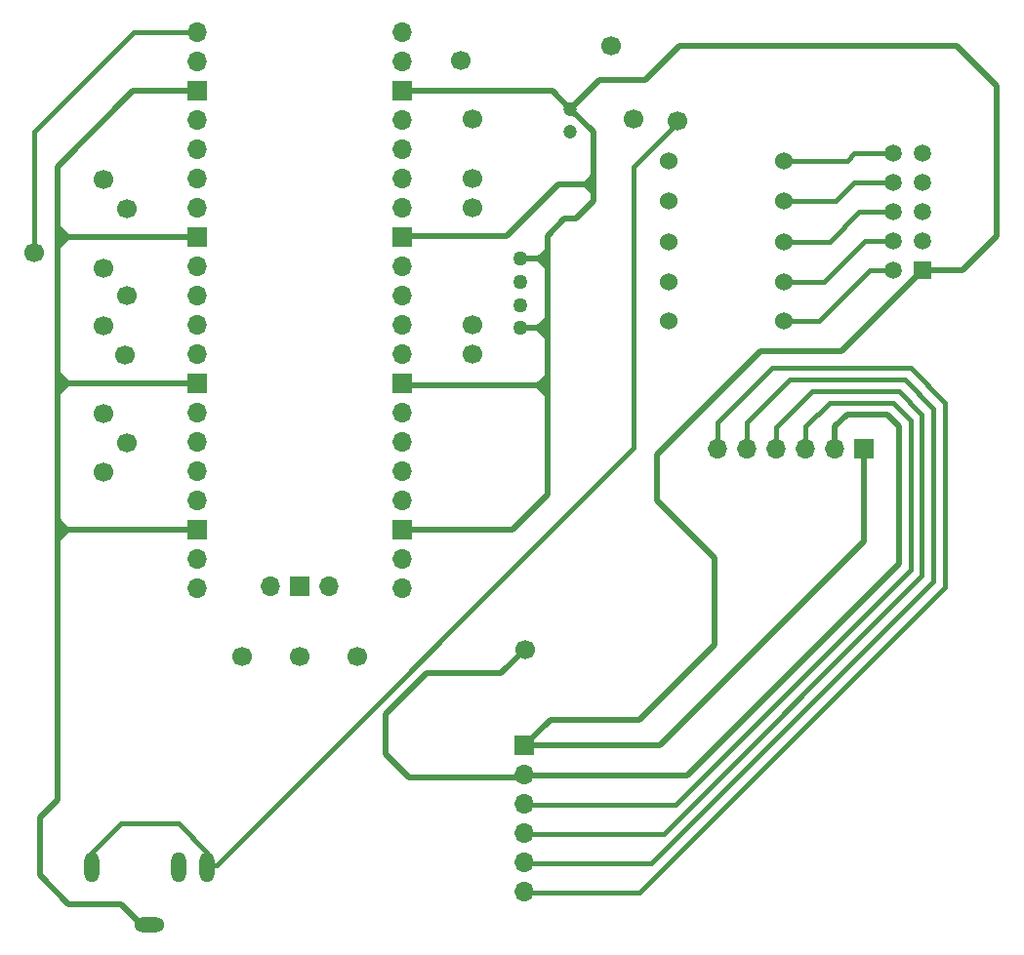
<source format=gbr>
%TF.GenerationSoftware,KiCad,Pcbnew,8.0.2*%
%TF.CreationDate,2024-05-27T09:17:52-04:00*%
%TF.ProjectId,GlassBreaker_KiCAD,476c6173-7342-4726-9561-6b65725f4b69,rev?*%
%TF.SameCoordinates,Original*%
%TF.FileFunction,Copper,L2,Bot*%
%TF.FilePolarity,Positive*%
%FSLAX46Y46*%
G04 Gerber Fmt 4.6, Leading zero omitted, Abs format (unit mm)*
G04 Created by KiCad (PCBNEW 8.0.2) date 2024-05-27 09:17:52*
%MOMM*%
%LPD*%
G01*
G04 APERTURE LIST*
%TA.AperFunction,ComponentPad*%
%ADD10C,1.700000*%
%TD*%
%TA.AperFunction,ComponentPad*%
%ADD11R,1.700000X1.700000*%
%TD*%
%TA.AperFunction,ComponentPad*%
%ADD12O,1.700000X1.700000*%
%TD*%
%TA.AperFunction,ComponentPad*%
%ADD13C,1.524000*%
%TD*%
%TA.AperFunction,ComponentPad*%
%ADD14C,1.200000*%
%TD*%
%TA.AperFunction,ComponentPad*%
%ADD15R,1.490000X1.490000*%
%TD*%
%TA.AperFunction,ComponentPad*%
%ADD16C,1.490000*%
%TD*%
%TA.AperFunction,ComponentPad*%
%ADD17O,2.616000X1.308000*%
%TD*%
%TA.AperFunction,ComponentPad*%
%ADD18O,1.308000X2.616000*%
%TD*%
%TA.AperFunction,ComponentPad*%
%ADD19C,1.270000*%
%TD*%
%TA.AperFunction,Conductor*%
%ADD20C,0.400000*%
%TD*%
%TA.AperFunction,Conductor*%
%ADD21C,0.500000*%
%TD*%
%TA.AperFunction,Conductor*%
%ADD22C,0.250000*%
%TD*%
G04 APERTURE END LIST*
D10*
%TO.P,,1*%
%TO.N,VCC*%
X364800000Y-158500000D03*
%TD*%
%TO.P,,1*%
%TO.N,VCC*%
X361000000Y-158400000D03*
%TD*%
%TO.P,,1*%
%TO.N,N/C*%
X315000000Y-163600000D03*
%TD*%
D11*
%TO.P,REF\u002A\u002A,1*%
%TO.N,GND*%
X351500000Y-212750000D03*
D12*
%TO.P,REF\u002A\u002A,2*%
%TO.N,VCC*%
X351500000Y-215290000D03*
%TO.P,REF\u002A\u002A,3*%
%TO.N,N/C*%
X351500000Y-217830000D03*
%TO.P,REF\u002A\u002A,4*%
X351500000Y-220370000D03*
%TO.P,REF\u002A\u002A,5*%
X351500000Y-222910000D03*
%TO.P,REF\u002A\u002A,6*%
X351500000Y-225450000D03*
%TD*%
D13*
%TO.P,REF\u002A\u002A,1*%
%TO.N,N/C*%
X374000000Y-162000000D03*
%TO.P,REF\u002A\u002A,2*%
X364000000Y-162000000D03*
%TD*%
D10*
%TO.P,,1*%
%TO.N,N/C*%
X315000000Y-183900000D03*
%TD*%
%TO.P,,1*%
%TO.N,N/C*%
X316900000Y-178900000D03*
%TD*%
%TO.P,REF\u002A\u002A,1*%
%TO.N,N/C*%
X347000000Y-178800000D03*
%TD*%
%TO.P,,1*%
%TO.N,N/C*%
X315000000Y-171300000D03*
%TD*%
%TO.P,,1*%
%TO.N,N/C*%
X337000000Y-205000000D03*
%TD*%
%TO.P,,1*%
%TO.N,N/C*%
X309000000Y-170000000D03*
%TD*%
%TO.P,,1*%
%TO.N,N/C*%
X315000000Y-189000000D03*
%TD*%
%TO.P,,1*%
%TO.N,N/C*%
X347000000Y-166100000D03*
%TD*%
%TO.P,,1*%
%TO.N,N/C*%
X317000000Y-166200000D03*
%TD*%
D11*
%TO.P,REF\u002A\u002A,1*%
%TO.N,GND*%
X381000000Y-187000000D03*
D12*
%TO.P,REF\u002A\u002A,2*%
%TO.N,VCC*%
X378460000Y-187000000D03*
%TO.P,REF\u002A\u002A,3*%
%TO.N,N/C*%
X375920000Y-187000000D03*
%TO.P,REF\u002A\u002A,4*%
X373380000Y-187000000D03*
%TO.P,REF\u002A\u002A,5*%
X370840000Y-187000000D03*
%TO.P,REF\u002A\u002A,6*%
X368300000Y-187000000D03*
%TD*%
D10*
%TO.P,,1*%
%TO.N,N/C*%
X327000000Y-205000000D03*
%TD*%
D14*
%TO.P,REF\u002A\u002A,1*%
%TO.N,VCC*%
X355500000Y-159500000D03*
%TO.P,REF\u002A\u002A,2*%
%TO.N,GND*%
X355500000Y-157500000D03*
%TD*%
D10*
%TO.P,,1*%
%TO.N,N/C*%
X359000000Y-152000000D03*
%TD*%
%TO.P,,1*%
%TO.N,N/C*%
X332000000Y-205000000D03*
%TD*%
%TO.P,,1*%
%TO.N,VCC*%
X351600000Y-204400000D03*
%TD*%
D13*
%TO.P,REF\u002A\u002A,1*%
%TO.N,N/C*%
X374000000Y-172500000D03*
%TO.P,REF\u002A\u002A,2*%
X364000000Y-172500000D03*
%TD*%
D10*
%TO.P,,1*%
%TO.N,N/C*%
X317000000Y-173700000D03*
%TD*%
D15*
%TO.P,REF\u002A\u002A,1*%
%TO.N,GND*%
X386040000Y-171500000D03*
D16*
%TO.P,REF\u002A\u002A,2*%
%TO.N,N/C*%
X383500000Y-171500000D03*
%TO.P,REF\u002A\u002A,3*%
X386040000Y-168960000D03*
%TO.P,REF\u002A\u002A,4*%
X383500000Y-168960000D03*
%TO.P,REF\u002A\u002A,5*%
X386040000Y-166420000D03*
%TO.P,REF\u002A\u002A,6*%
X383500000Y-166420000D03*
%TO.P,REF\u002A\u002A,7*%
X386040000Y-163880000D03*
%TO.P,REF\u002A\u002A,8*%
X383500000Y-163880000D03*
%TO.P,REF\u002A\u002A,9*%
X386040000Y-161340000D03*
%TO.P,REF\u002A\u002A,10*%
X383500000Y-161340000D03*
%TD*%
D10*
%TO.P,,1*%
%TO.N,N/C*%
X346000000Y-153300000D03*
%TD*%
%TO.P,,1*%
%TO.N,N/C*%
X315000000Y-176300000D03*
%TD*%
%TO.P,,1*%
%TO.N,N/C*%
X347000000Y-176200000D03*
%TD*%
D17*
%TO.P,REF\u002A\u002A,1*%
%TO.N,GND*%
X319000000Y-228300000D03*
D18*
%TO.P,REF\u002A\u002A,2*%
%TO.N,VCC*%
X324000000Y-223300000D03*
%TO.P,REF\u002A\u002A,3*%
X314000000Y-223300000D03*
%TO.P,REF\u002A\u002A,4*%
%TO.N,N/C*%
X321500000Y-223300000D03*
%TD*%
D10*
%TO.P,,1*%
%TO.N,N/C*%
X347000000Y-158400000D03*
%TD*%
D13*
%TO.P,REF\u002A\u002A,1*%
%TO.N,N/C*%
X374000000Y-165500000D03*
%TO.P,REF\u002A\u002A,2*%
X364000000Y-165500000D03*
%TD*%
%TO.P,REF\u002A\u002A,1*%
%TO.N,N/C*%
X374000000Y-169000000D03*
%TO.P,REF\u002A\u002A,2*%
X364000000Y-169000000D03*
%TD*%
%TO.P,REF\u002A\u002A,1*%
%TO.N,N/C*%
X374000000Y-175900000D03*
%TO.P,REF\u002A\u002A,2*%
X364000000Y-175900000D03*
%TD*%
D10*
%TO.P,,1*%
%TO.N,N/C*%
X347000000Y-163500000D03*
%TD*%
%TO.P,,1*%
%TO.N,N/C*%
X317000000Y-186500000D03*
%TD*%
D12*
%TO.P,REF\u002A\u002A,1*%
%TO.N,N/C*%
X323110000Y-150870000D03*
%TO.P,REF\u002A\u002A,2*%
X323110000Y-153410000D03*
D11*
%TO.P,REF\u002A\u002A,3*%
%TO.N,GND*%
X323110000Y-155950000D03*
D12*
%TO.P,REF\u002A\u002A,4*%
%TO.N,N/C*%
X323110000Y-158490000D03*
%TO.P,REF\u002A\u002A,5*%
X323110000Y-161030000D03*
%TO.P,REF\u002A\u002A,6*%
X323110000Y-163570000D03*
%TO.P,REF\u002A\u002A,7*%
X323110000Y-166110000D03*
D11*
%TO.P,REF\u002A\u002A,8*%
%TO.N,GND*%
X323110000Y-168650000D03*
D12*
%TO.P,REF\u002A\u002A,9*%
%TO.N,N/C*%
X323110000Y-171190000D03*
%TO.P,REF\u002A\u002A,10*%
X323110000Y-173730000D03*
%TO.P,REF\u002A\u002A,11*%
X323110000Y-176270000D03*
%TO.P,REF\u002A\u002A,12*%
X323110000Y-178810000D03*
D11*
%TO.P,REF\u002A\u002A,13*%
%TO.N,GND*%
X323110000Y-181350000D03*
D12*
%TO.P,REF\u002A\u002A,14*%
%TO.N,N/C*%
X323110000Y-183890000D03*
%TO.P,REF\u002A\u002A,15*%
X323110000Y-186430000D03*
%TO.P,REF\u002A\u002A,16*%
X323110000Y-188970000D03*
%TO.P,REF\u002A\u002A,17*%
X323110000Y-191510000D03*
D11*
%TO.P,REF\u002A\u002A,18*%
%TO.N,GND*%
X323110000Y-194050000D03*
D12*
%TO.P,REF\u002A\u002A,19*%
%TO.N,N/C*%
X323110000Y-196590000D03*
%TO.P,REF\u002A\u002A,20*%
X323110000Y-199130000D03*
%TO.P,REF\u002A\u002A,21*%
X340890000Y-199130000D03*
%TO.P,REF\u002A\u002A,22*%
X340890000Y-196590000D03*
D11*
%TO.P,REF\u002A\u002A,23*%
%TO.N,GND*%
X340890000Y-194050000D03*
D12*
%TO.P,REF\u002A\u002A,24*%
%TO.N,N/C*%
X340890000Y-191510000D03*
%TO.P,REF\u002A\u002A,25*%
X340890000Y-188970000D03*
%TO.P,REF\u002A\u002A,26*%
X340890000Y-186430000D03*
%TO.P,REF\u002A\u002A,27*%
X340890000Y-183890000D03*
D11*
%TO.P,REF\u002A\u002A,28*%
%TO.N,GND*%
X340890000Y-181350000D03*
D12*
%TO.P,REF\u002A\u002A,29*%
%TO.N,N/C*%
X340890000Y-178810000D03*
%TO.P,REF\u002A\u002A,30*%
X340890000Y-176270000D03*
%TO.P,REF\u002A\u002A,31*%
X340890000Y-173730000D03*
%TO.P,REF\u002A\u002A,32*%
X340890000Y-171190000D03*
D11*
%TO.P,REF\u002A\u002A,33*%
%TO.N,GND*%
X340890000Y-168650000D03*
D12*
%TO.P,REF\u002A\u002A,34*%
%TO.N,N/C*%
X340890000Y-166110000D03*
%TO.P,REF\u002A\u002A,35*%
X340890000Y-163570000D03*
%TO.P,REF\u002A\u002A,36*%
%TO.N,VCC*%
X340890000Y-161030000D03*
%TO.P,REF\u002A\u002A,37*%
%TO.N,N/C*%
X340890000Y-158490000D03*
D11*
%TO.P,REF\u002A\u002A,38*%
%TO.N,GND*%
X340890000Y-155950000D03*
D12*
%TO.P,REF\u002A\u002A,39*%
%TO.N,N/C*%
X340890000Y-153410000D03*
%TO.P,REF\u002A\u002A,40*%
X340890000Y-150870000D03*
%TO.P,REF\u002A\u002A,41*%
X329460000Y-198900000D03*
D11*
%TO.P,REF\u002A\u002A,42*%
X332000000Y-198900000D03*
D12*
%TO.P,REF\u002A\u002A,43*%
X334540000Y-198900000D03*
%TD*%
D19*
%TO.P,REF\u002A\u002A,1*%
%TO.N,GND*%
X351200000Y-170500000D03*
%TO.P,REF\u002A\u002A,2*%
%TO.N,N/C*%
X351200000Y-172499999D03*
%TO.P,REF\u002A\u002A,3*%
X351200000Y-174500000D03*
%TO.P,REF\u002A\u002A,4*%
%TO.N,GND*%
X351200000Y-176499998D03*
%TD*%
D20*
%TO.N,VCC*%
X314000000Y-222000000D02*
X314000000Y-223500000D01*
X316500000Y-219500000D02*
X314000000Y-222000000D01*
X321500000Y-219500000D02*
X316500000Y-219500000D01*
X324000000Y-222000000D02*
X321500000Y-219500000D01*
X324000000Y-223100000D02*
X324000000Y-222000000D01*
X324800000Y-223100000D02*
X324000000Y-223100000D01*
X361000000Y-186900000D02*
X324800000Y-223100000D01*
X365000000Y-158500000D02*
X361000000Y-162500000D01*
X361000000Y-162500000D02*
X361000000Y-186900000D01*
%TO.N,*%
X388000000Y-183000000D02*
X388000000Y-199000000D01*
X387000000Y-198500000D02*
X362540000Y-222960000D01*
X380580000Y-166420000D02*
X378000000Y-169000000D01*
X378000000Y-183000000D02*
X383500000Y-183000000D01*
X383500000Y-166420000D02*
X380580000Y-166420000D01*
X379500000Y-162000000D02*
X380160000Y-161340000D01*
X385000000Y-180000000D02*
X388000000Y-183000000D01*
X368300000Y-184700000D02*
X373000000Y-180000000D01*
X356580000Y-220420000D02*
X356500000Y-220420000D01*
X356500000Y-220420000D02*
X351500000Y-220420000D01*
X370840000Y-187000000D02*
X370840000Y-184660000D01*
X361500000Y-225500000D02*
X351500000Y-225500000D01*
X381500000Y-171500000D02*
X377100000Y-175900000D01*
X309000000Y-159500000D02*
X317630000Y-150870000D01*
X357500000Y-222960000D02*
X351500000Y-222960000D01*
X364620000Y-217880000D02*
X355200000Y-217880000D01*
X317630000Y-150870000D02*
X323110000Y-150870000D01*
X381040000Y-168960000D02*
X377500000Y-172500000D01*
X375920000Y-187000000D02*
X375920000Y-185080000D01*
X385000000Y-184500000D02*
X385000000Y-197500000D01*
X385000000Y-197500000D02*
X364620000Y-217880000D01*
X373380000Y-187000000D02*
X373380000Y-185120000D01*
X387000000Y-183500000D02*
X387000000Y-198500000D01*
X351500000Y-217880000D02*
X355500000Y-217880000D01*
X309000000Y-170000000D02*
X309000000Y-159500000D01*
X364000000Y-175900000D02*
X364000000Y-175600000D01*
X368300000Y-187000000D02*
X368300000Y-184700000D01*
X380120000Y-163880000D02*
X378500000Y-165500000D01*
X376500000Y-182000000D02*
X384000000Y-182000000D01*
X383500000Y-183000000D02*
X385000000Y-184500000D01*
X377100000Y-175900000D02*
X374000000Y-175900000D01*
X357540000Y-222960000D02*
X357500000Y-222960000D01*
X386000000Y-184000000D02*
X386000000Y-198000000D01*
X383500000Y-168960000D02*
X381040000Y-168960000D01*
X377500000Y-172500000D02*
X374000000Y-172500000D01*
X373000000Y-180000000D02*
X385000000Y-180000000D01*
X374500000Y-181000000D02*
X384500000Y-181000000D01*
X370840000Y-184660000D02*
X374500000Y-181000000D01*
X384500000Y-181000000D02*
X387000000Y-183500000D01*
X375920000Y-185080000D02*
X378000000Y-183000000D01*
X373380000Y-185120000D02*
X376500000Y-182000000D01*
X378000000Y-169000000D02*
X374000000Y-169000000D01*
X380160000Y-161340000D02*
X383500000Y-161340000D01*
X363580000Y-220420000D02*
X356100000Y-220420000D01*
X355500000Y-217880000D02*
X355620000Y-217880000D01*
X386000000Y-198000000D02*
X363580000Y-220420000D01*
X374000000Y-162000000D02*
X379500000Y-162000000D01*
X383500000Y-163880000D02*
X380120000Y-163880000D01*
X388000000Y-199000000D02*
X361500000Y-225500000D01*
X383500000Y-171500000D02*
X381500000Y-171500000D01*
X362540000Y-222960000D02*
X357500000Y-222960000D01*
X378500000Y-165500000D02*
X374000000Y-165500000D01*
X384000000Y-182000000D02*
X386000000Y-184000000D01*
D21*
%TO.N,GND*%
X311000000Y-193200000D02*
X311000000Y-193700000D01*
X352795101Y-170500000D02*
X352800000Y-170495101D01*
X311000000Y-182200000D02*
X311000000Y-182600000D01*
X353500000Y-180700000D02*
X353500000Y-180600000D01*
X311400000Y-168650000D02*
X311150000Y-168650000D01*
X351382600Y-170495101D02*
X351204899Y-170495101D01*
X311150000Y-168650000D02*
X311000000Y-168500000D01*
X311000000Y-181800000D02*
X311000000Y-182600000D01*
X354500000Y-164000000D02*
X356500000Y-164000000D01*
X311000000Y-180500000D02*
X311000000Y-180900000D01*
X365000000Y-152000000D02*
X389000000Y-152000000D01*
X311000000Y-194500000D02*
X311000000Y-194900000D01*
X311000000Y-194450000D02*
X311400000Y-194050000D01*
X361500000Y-210500000D02*
X353750000Y-210500000D01*
X352704901Y-176495099D02*
X353500000Y-175700000D01*
X372000000Y-178500000D02*
X363000000Y-187500000D01*
X311000000Y-181800000D02*
X311000000Y-181750000D01*
X363250000Y-212750000D02*
X351500000Y-212750000D01*
X353500000Y-169600000D02*
X353500000Y-169795101D01*
X311000000Y-162500000D02*
X311000000Y-168500000D01*
X352800000Y-170495101D02*
X353395101Y-170495101D01*
X311850000Y-181350000D02*
X311000000Y-180500000D01*
X311000000Y-182600000D02*
X311000000Y-193200000D01*
X353150000Y-181500000D02*
X353400000Y-181500000D01*
X357500000Y-164500000D02*
X357500000Y-164000000D01*
X356000000Y-167000000D02*
X357500000Y-165500000D01*
X311050000Y-193700000D02*
X311400000Y-194050000D01*
X311800000Y-194050000D02*
X311400000Y-194050000D01*
X362000000Y-155000000D02*
X358000000Y-155000000D01*
X352600000Y-176495099D02*
X353495099Y-176495099D01*
D22*
X351200000Y-176499998D02*
X352700002Y-176499998D01*
D21*
X352800000Y-170500000D02*
X353500000Y-171200000D01*
X311000000Y-171100000D02*
X311000000Y-172000000D01*
X353500000Y-181800000D02*
X353500000Y-181250000D01*
X311000000Y-194900000D02*
X311000000Y-216000000D01*
X352700000Y-181500000D02*
X353150000Y-181500000D01*
X356500000Y-164000000D02*
X357000000Y-164000000D01*
X357500000Y-163000000D02*
X357500000Y-159500000D01*
D22*
X353395101Y-170495101D02*
X353500000Y-170600000D01*
D21*
X357500000Y-164500000D02*
X357500000Y-164400000D01*
X357000000Y-164000000D02*
X357500000Y-164000000D01*
X352600000Y-176495099D02*
X352704901Y-176495099D01*
X340890000Y-181350000D02*
X341040000Y-181500000D01*
D22*
X352700002Y-176499998D02*
X352704901Y-176495099D01*
D21*
X353500000Y-175700000D02*
X353500000Y-171200000D01*
X341040000Y-181500000D02*
X352700000Y-181500000D01*
X357000000Y-164000000D02*
X357100000Y-164000000D01*
X353500000Y-191000000D02*
X353500000Y-182500000D01*
X312100000Y-181350000D02*
X311400000Y-181350000D01*
X353500000Y-182500000D02*
X353500000Y-181800000D01*
X313500000Y-168650000D02*
X313350000Y-168650000D01*
X357500000Y-163000000D02*
X357500000Y-163300000D01*
X392500000Y-168500000D02*
X389500000Y-171500000D01*
X353050000Y-181500000D02*
X353225000Y-181500000D01*
X311000000Y-168500000D02*
X311000000Y-169000000D01*
X352700000Y-181500000D02*
X353500000Y-182300000D01*
X311850000Y-181350000D02*
X311000000Y-182200000D01*
X368000000Y-196500000D02*
X368000000Y-204000000D01*
X353500000Y-181775000D02*
X353500000Y-181800000D01*
X352704901Y-176495099D02*
X352704901Y-176504901D01*
X317550000Y-155950000D02*
X311000000Y-162500000D01*
X381000000Y-187000000D02*
X381000000Y-195000000D01*
X316500000Y-226500000D02*
X318500000Y-228500000D01*
X357500000Y-159500000D02*
X355500000Y-157500000D01*
X340890000Y-168650000D02*
X341040000Y-168500000D01*
X379040000Y-178500000D02*
X372000000Y-178500000D01*
X368000000Y-204000000D02*
X361500000Y-210500000D01*
X353500000Y-181250000D02*
X353500000Y-180600000D01*
X365000000Y-152000000D02*
X362000000Y-155000000D01*
X313350000Y-168650000D02*
X311850000Y-168650000D01*
X311000000Y-181500000D02*
X311000000Y-181800000D01*
X389500000Y-171500000D02*
X386040000Y-171500000D01*
X323110000Y-181350000D02*
X312100000Y-181350000D01*
X311850000Y-168650000D02*
X311000000Y-167800000D01*
X353500000Y-176500000D02*
X353500000Y-175700000D01*
X353950000Y-155950000D02*
X355500000Y-157500000D01*
X311400000Y-194050000D02*
X311050000Y-194050000D01*
X363000000Y-191500000D02*
X368000000Y-196500000D01*
X311000000Y-193700000D02*
X311000000Y-194000000D01*
X340890000Y-194050000D02*
X350450000Y-194050000D01*
X353750000Y-210500000D02*
X351500000Y-212750000D01*
X353500000Y-182300000D02*
X353500000Y-182500000D01*
X311000000Y-180900000D02*
X311000000Y-180950000D01*
X381000000Y-195000000D02*
X363250000Y-212750000D01*
X311050000Y-194050000D02*
X311000000Y-194000000D01*
X311000000Y-217500000D02*
X309500000Y-219000000D01*
X352800000Y-170495101D02*
X352800000Y-170500000D01*
X311000000Y-173000000D02*
X311000000Y-175100000D01*
X340890000Y-155950000D02*
X353950000Y-155950000D01*
X353500000Y-171200000D02*
X353500000Y-170600000D01*
X357500000Y-163300000D02*
X357500000Y-164000000D01*
X389000000Y-152000000D02*
X392500000Y-155500000D01*
X355000000Y-167000000D02*
X356000000Y-167000000D01*
X318500000Y-228500000D02*
X319000000Y-228500000D01*
X311000000Y-194000000D02*
X311000000Y-194500000D01*
X351204899Y-170495101D02*
X351200000Y-170500000D01*
X350000000Y-168500000D02*
X354500000Y-164000000D01*
X311400000Y-181350000D02*
X311150000Y-181350000D01*
X356800000Y-164000000D02*
X356500000Y-164000000D01*
X357500000Y-163300000D02*
X356800000Y-164000000D01*
X357500000Y-165500000D02*
X357500000Y-164500000D01*
X309500000Y-219000000D02*
X309500000Y-224000000D01*
X353500000Y-169795101D02*
X352800000Y-170495101D01*
X357500000Y-163000000D02*
X357500000Y-161500000D01*
X351382600Y-176495099D02*
X352600000Y-176495099D01*
X363000000Y-187500000D02*
X363000000Y-191500000D01*
X311000000Y-180900000D02*
X311000000Y-181500000D01*
X350450000Y-194050000D02*
X353500000Y-191000000D01*
X358000000Y-155000000D02*
X355500000Y-157500000D01*
X311000000Y-176900000D02*
X311000000Y-180500000D01*
X311000000Y-175200000D02*
X311000000Y-175100000D01*
X352700000Y-181500000D02*
X353500000Y-180700000D01*
X311000000Y-172000000D02*
X311000000Y-173000000D01*
D22*
X353495099Y-176495099D02*
X353500000Y-176500000D01*
D21*
X311800000Y-194000000D02*
X311000000Y-193200000D01*
X341040000Y-168500000D02*
X350000000Y-168500000D01*
X353500000Y-168500000D02*
X355000000Y-167000000D01*
X353500000Y-170600000D02*
X353500000Y-169600000D01*
X392500000Y-155500000D02*
X392500000Y-168500000D01*
X309500000Y-224000000D02*
X312000000Y-226500000D01*
X386040000Y-171500000D02*
X379040000Y-178500000D01*
X351200000Y-170500000D02*
X352795101Y-170500000D01*
X353500000Y-177300000D02*
X353500000Y-176500000D01*
X312000000Y-226500000D02*
X316500000Y-226500000D01*
X357500000Y-164700000D02*
X357500000Y-165500000D01*
X311000000Y-169000000D02*
X311000000Y-169500000D01*
X311000000Y-176300000D02*
X311000000Y-176900000D01*
X311000000Y-169500000D02*
X311000000Y-171100000D01*
X311000000Y-216000000D02*
X311000000Y-217500000D01*
X323110000Y-194050000D02*
X311850000Y-194050000D01*
X311850000Y-168650000D02*
X311000000Y-169500000D01*
X323110000Y-155950000D02*
X317550000Y-155950000D01*
X353150000Y-181500000D02*
X353225000Y-181500000D01*
X353400000Y-181500000D02*
X353500000Y-181600000D01*
X353500000Y-180600000D02*
X353500000Y-177300000D01*
X311000000Y-174700000D02*
X311000000Y-176900000D01*
X356800000Y-164000000D02*
X357500000Y-164700000D01*
X352704901Y-176504901D02*
X353500000Y-177300000D01*
X311850000Y-194050000D02*
X311800000Y-194100000D01*
X311800000Y-194100000D02*
X311000000Y-194900000D01*
X323110000Y-168650000D02*
X313500000Y-168650000D01*
X353500000Y-169795101D02*
X353500000Y-168500000D01*
%TO.N,VCC*%
X383000000Y-184000000D02*
X384000000Y-185000000D01*
X351290000Y-215500000D02*
X351500000Y-215290000D01*
X339500000Y-210000000D02*
X339500000Y-213500000D01*
X365660000Y-215340000D02*
X351500000Y-215340000D01*
X343000000Y-206500000D02*
X339500000Y-210000000D01*
X351600000Y-204400000D02*
X349500000Y-206500000D01*
X349500000Y-206500000D02*
X343000000Y-206500000D01*
X341500000Y-215500000D02*
X351290000Y-215500000D01*
X378460000Y-185040000D02*
X379500000Y-184000000D01*
X384000000Y-185000000D02*
X384000000Y-197000000D01*
X339500000Y-213500000D02*
X341500000Y-215500000D01*
X379500000Y-184000000D02*
X383000000Y-184000000D01*
X384000000Y-197000000D02*
X365660000Y-215340000D01*
X378460000Y-187000000D02*
X378460000Y-185040000D01*
%TD*%
M02*

</source>
